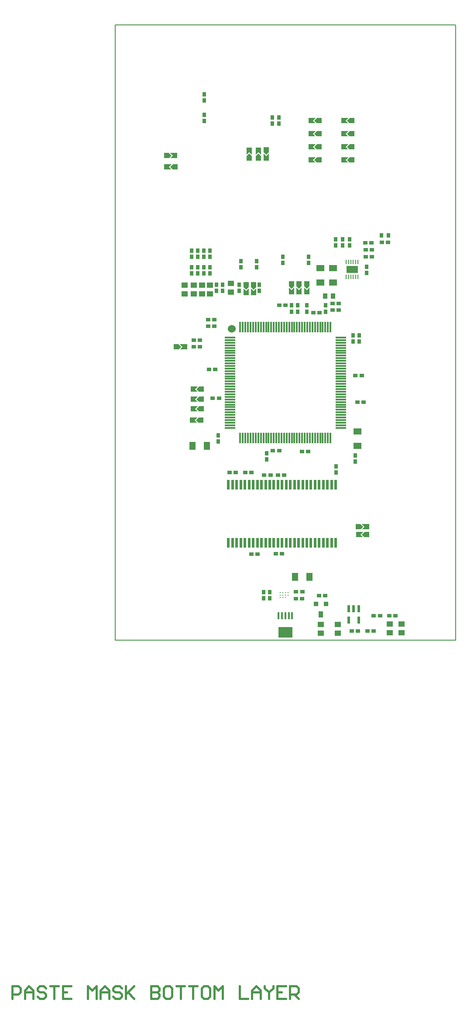
<source format=gbp>
G04 Layer_Color=128*
%FSLAX43Y43*%
%MOMM*%
G71*
G01*
G75*
%ADD10C,0.400*%
%ADD11C,0.127*%
%ADD14R,0.762X0.940*%
%ADD18R,0.940X0.762*%
%ADD19R,1.200X1.100*%
%ADD23R,1.016X0.813*%
%ADD27R,1.524X1.270*%
%ADD35R,0.250X0.950*%
%ADD36R,2.200X1.400*%
%ADD37R,0.640X0.890*%
%ADD38R,0.550X1.450*%
%ADD39C,0.320*%
%ADD40R,0.914X1.270*%
%ADD41R,0.914X0.914*%
%ADD42R,0.813X1.016*%
%ADD43R,0.330X2.000*%
%ADD44R,2.000X0.330*%
%ADD45C,1.524*%
%ADD46R,0.889X1.016*%
%ADD47R,1.270X1.524*%
%ADD48R,0.600X1.850*%
%ADD49R,2.800X2.000*%
%ADD50R,0.400X1.350*%
G36*
X34708Y67665D02*
X33692D01*
Y68427D01*
X34200Y67919D01*
X34708Y68427D01*
Y67665D01*
D02*
G37*
G36*
X36108D02*
X35092D01*
Y68427D01*
X35600Y67919D01*
X36108Y68427D01*
Y67665D01*
D02*
G37*
G36*
X37708D02*
X36692D01*
Y68427D01*
X37200Y67919D01*
X37708Y68427D01*
Y67665D01*
D02*
G37*
G36*
X13315Y56905D02*
Y56397D01*
X12553D01*
X13061Y56905D01*
X12553Y57413D01*
X13315D01*
Y56905D01*
D02*
G37*
G36*
X25908Y67465D02*
X24892D01*
Y68227D01*
X25400Y67719D01*
X25908Y68227D01*
Y67465D01*
D02*
G37*
G36*
X27308D02*
X26292D01*
Y68227D01*
X26800Y67719D01*
X27308Y68227D01*
Y67465D01*
D02*
G37*
G36*
X36108Y68681D02*
X35600Y68173D01*
X35092Y68681D01*
Y68935D01*
X36108D01*
Y68681D01*
D02*
G37*
G36*
X37708D02*
X37200Y68173D01*
X36692Y68681D01*
Y68935D01*
X37708D01*
Y68681D01*
D02*
G37*
G36*
X10369Y91750D02*
X10877Y91242D01*
X10115D01*
Y91750D01*
Y92258D01*
X10877D01*
X10369Y91750D01*
D02*
G37*
G36*
X25908Y68481D02*
X25400Y67973D01*
X24892Y68481D01*
Y68735D01*
X25908D01*
Y68481D01*
D02*
G37*
G36*
X27308D02*
X26800Y67973D01*
X26292Y68481D01*
Y68735D01*
X27308D01*
Y68481D01*
D02*
G37*
G36*
X34708Y68681D02*
X34200Y68173D01*
X33692Y68681D01*
Y68935D01*
X34708D01*
Y68681D01*
D02*
G37*
G36*
X12807Y56905D02*
X12299Y56397D01*
X12045D01*
Y57413D01*
X12299D01*
X12807Y56905D01*
D02*
G37*
G36*
X48635Y22000D02*
Y21492D01*
X47873D01*
X48381Y22000D01*
X47873Y22508D01*
X48635D01*
Y22000D01*
D02*
G37*
G36*
X15369Y42670D02*
X15877Y42162D01*
X15115D01*
Y42670D01*
Y43178D01*
X15877D01*
X15369Y42670D01*
D02*
G37*
G36*
X16385Y42162D02*
X16131D01*
X15623Y42670D01*
X16131Y43178D01*
X16385D01*
Y42162D01*
D02*
G37*
G36*
X47619Y20500D02*
X48127Y19992D01*
X47365D01*
Y20500D01*
Y21008D01*
X48127D01*
X47619Y20500D01*
D02*
G37*
G36*
X48635Y19992D02*
X48381D01*
X47873Y20500D01*
X48381Y21008D01*
X48635D01*
Y19992D01*
D02*
G37*
G36*
X48127Y22000D02*
X47619Y21492D01*
X47365D01*
Y22508D01*
X47619D01*
X48127Y22000D01*
D02*
G37*
G36*
X16490Y46237D02*
X16236D01*
X15728Y46745D01*
X16236Y47253D01*
X16490D01*
Y46237D01*
D02*
G37*
G36*
X15474Y48650D02*
X15982Y48142D01*
X15220D01*
Y48650D01*
Y49158D01*
X15982D01*
X15474Y48650D01*
D02*
G37*
G36*
X16490Y48142D02*
X16236D01*
X15728Y48650D01*
X16236Y49158D01*
X16490D01*
Y48142D01*
D02*
G37*
G36*
X15474Y44840D02*
X15982Y44332D01*
X15220D01*
Y44840D01*
Y45348D01*
X15982D01*
X15474Y44840D01*
D02*
G37*
G36*
X16490Y44332D02*
X16236D01*
X15728Y44840D01*
X16236Y45348D01*
X16490D01*
Y44332D01*
D02*
G37*
G36*
X15474Y46745D02*
X15982Y46237D01*
X15220D01*
Y46745D01*
Y47253D01*
X15982D01*
X15474Y46745D01*
D02*
G37*
G36*
X45700Y95132D02*
X45446D01*
X44938Y95640D01*
X45446Y96148D01*
X45700D01*
Y95132D01*
D02*
G37*
G36*
X38334Y98180D02*
X38842Y97672D01*
X38080D01*
Y98180D01*
Y98688D01*
X38842D01*
X38334Y98180D01*
D02*
G37*
G36*
X39350Y97672D02*
X39096D01*
X38588Y98180D01*
X39096Y98688D01*
X39350D01*
Y97672D01*
D02*
G37*
G36*
X38334Y95640D02*
X38842Y95132D01*
X38080D01*
Y95640D01*
Y96148D01*
X38842D01*
X38334Y95640D01*
D02*
G37*
G36*
X39350Y95132D02*
X39096D01*
X38588Y95640D01*
X39096Y96148D01*
X39350D01*
Y95132D01*
D02*
G37*
G36*
X44684Y95640D02*
X45192Y95132D01*
X44430D01*
Y95640D01*
Y96148D01*
X45192D01*
X44684Y95640D01*
D02*
G37*
G36*
X39350Y100212D02*
X39096D01*
X38588Y100720D01*
X39096Y101228D01*
X39350D01*
Y100212D01*
D02*
G37*
G36*
X44684Y100720D02*
X45192Y100212D01*
X44430D01*
Y100720D01*
Y101228D01*
X45192D01*
X44684Y100720D01*
D02*
G37*
G36*
X45700Y100212D02*
X45446D01*
X44938Y100720D01*
X45446Y101228D01*
X45700D01*
Y100212D01*
D02*
G37*
G36*
X44684Y98180D02*
X45192Y97672D01*
X44430D01*
Y98180D01*
Y98688D01*
X45192D01*
X44684Y98180D01*
D02*
G37*
G36*
X45700Y97672D02*
X45446D01*
X44938Y98180D01*
X45446Y98688D01*
X45700D01*
Y97672D01*
D02*
G37*
G36*
X38334Y100720D02*
X38842Y100212D01*
X38080D01*
Y100720D01*
Y101228D01*
X38842D01*
X38334Y100720D01*
D02*
G37*
G36*
X29758Y94631D02*
X29250Y94123D01*
X28742Y94631D01*
Y94885D01*
X29758D01*
Y94631D01*
D02*
G37*
G36*
X44684Y93100D02*
X45192Y92592D01*
X44430D01*
Y93100D01*
Y93608D01*
X45192D01*
X44684Y93100D01*
D02*
G37*
G36*
X45700Y92592D02*
X45446D01*
X44938Y93100D01*
X45446Y93608D01*
X45700D01*
Y92592D01*
D02*
G37*
G36*
X10877Y94000D02*
X10369Y93492D01*
X10115D01*
Y94508D01*
X10369D01*
X10877Y94000D01*
D02*
G37*
G36*
X11385Y91242D02*
X11131D01*
X10623Y91750D01*
X11131Y92258D01*
X11385D01*
Y91242D01*
D02*
G37*
G36*
X38334Y93100D02*
X38842Y92592D01*
X38080D01*
Y93100D01*
Y93608D01*
X38842D01*
X38334Y93100D01*
D02*
G37*
G36*
X39350Y92592D02*
X39096D01*
X38588Y93100D01*
X39096Y93608D01*
X39350D01*
Y92592D01*
D02*
G37*
G36*
X29758Y93615D02*
X28742D01*
Y94377D01*
X29250Y93869D01*
X29758Y94377D01*
Y93615D01*
D02*
G37*
G36*
X26508Y94123D02*
X26000Y94631D01*
X25492Y94123D01*
Y94885D01*
X26508D01*
Y94123D01*
D02*
G37*
G36*
X28258D02*
X27750Y94631D01*
X27242Y94123D01*
Y94885D01*
X28258D01*
Y94123D01*
D02*
G37*
G36*
X11385Y94000D02*
Y93492D01*
X10623D01*
X11131Y94000D01*
X10623Y94508D01*
X11385D01*
Y94000D01*
D02*
G37*
G36*
X26508Y93869D02*
Y93615D01*
X25492D01*
Y93869D01*
X26000Y94377D01*
X26508Y93869D01*
D02*
G37*
G36*
X28258D02*
Y93615D01*
X27242D01*
Y93869D01*
X27750Y94377D01*
X28258Y93869D01*
D02*
G37*
D10*
X-20000Y-69500D02*
Y-67051D01*
X-18775D01*
X-18367Y-67459D01*
Y-68275D01*
X-18775Y-68684D01*
X-20000D01*
X-17551Y-69500D02*
Y-67867D01*
X-16734Y-67051D01*
X-15918Y-67867D01*
Y-69500D01*
Y-68275D01*
X-17551D01*
X-13469Y-67459D02*
X-13877Y-67051D01*
X-14693D01*
X-15102Y-67459D01*
Y-67867D01*
X-14693Y-68275D01*
X-13877D01*
X-13469Y-68684D01*
Y-69092D01*
X-13877Y-69500D01*
X-14693D01*
X-15102Y-69092D01*
X-12652Y-67051D02*
X-11020D01*
X-11836D01*
Y-69500D01*
X-8570Y-67051D02*
X-10203D01*
Y-69500D01*
X-8570D01*
X-10203Y-68275D02*
X-9387D01*
X-5305Y-69500D02*
Y-67051D01*
X-4488Y-67867D01*
X-3672Y-67051D01*
Y-69500D01*
X-2856D02*
Y-67867D01*
X-2039Y-67051D01*
X-1223Y-67867D01*
Y-69500D01*
Y-68275D01*
X-2856D01*
X1226Y-67459D02*
X818Y-67051D01*
X2D01*
X-406Y-67459D01*
Y-67867D01*
X2Y-68275D01*
X818D01*
X1226Y-68684D01*
Y-69092D01*
X818Y-69500D01*
X2D01*
X-406Y-69092D01*
X2043Y-67051D02*
Y-69500D01*
Y-68684D01*
X3676Y-67051D01*
X2451Y-68275D01*
X3676Y-69500D01*
X6941Y-67051D02*
Y-69500D01*
X8166D01*
X8574Y-69092D01*
Y-68684D01*
X8166Y-68275D01*
X6941D01*
X8166D01*
X8574Y-67867D01*
Y-67459D01*
X8166Y-67051D01*
X6941D01*
X10615D02*
X9799D01*
X9390Y-67459D01*
Y-69092D01*
X9799Y-69500D01*
X10615D01*
X11023Y-69092D01*
Y-67459D01*
X10615Y-67051D01*
X11840D02*
X13473D01*
X12656D01*
Y-69500D01*
X14289Y-67051D02*
X15922D01*
X15105D01*
Y-69500D01*
X17963Y-67051D02*
X17146D01*
X16738Y-67459D01*
Y-69092D01*
X17146Y-69500D01*
X17963D01*
X18371Y-69092D01*
Y-67459D01*
X17963Y-67051D01*
X19187Y-69500D02*
Y-67051D01*
X20004Y-67867D01*
X20820Y-67051D01*
Y-69500D01*
X24086Y-67051D02*
Y-69500D01*
X25719D01*
X26535D02*
Y-67867D01*
X27351Y-67051D01*
X28168Y-67867D01*
Y-69500D01*
Y-68275D01*
X26535D01*
X28984Y-67051D02*
Y-67459D01*
X29801Y-68275D01*
X30617Y-67459D01*
Y-67051D01*
X29801Y-68275D02*
Y-69500D01*
X33066Y-67051D02*
X31433D01*
Y-69500D01*
X33066D01*
X31433Y-68275D02*
X32250D01*
X33883Y-69500D02*
Y-67051D01*
X35107D01*
X35515Y-67459D01*
Y-68275D01*
X35107Y-68684D01*
X33883D01*
X34699D02*
X35515Y-69500D01*
D11*
X0Y0D02*
Y119300D01*
X66000D01*
Y0D02*
Y119300D01*
X0Y0D02*
X66000D01*
D14*
X37200Y64900D02*
D03*
Y63700D02*
D03*
X35400Y64900D02*
D03*
Y63700D02*
D03*
X29349Y35033D02*
D03*
Y36232D02*
D03*
X16000Y72300D02*
D03*
Y71100D02*
D03*
X17200Y72300D02*
D03*
Y71100D02*
D03*
X42760Y77700D02*
D03*
Y76500D02*
D03*
X27400Y72300D02*
D03*
Y73500D02*
D03*
X30500Y101350D02*
D03*
Y100150D02*
D03*
X14800Y72300D02*
D03*
Y71100D02*
D03*
X42842Y33693D02*
D03*
Y32493D02*
D03*
X17200Y75500D02*
D03*
Y74300D02*
D03*
X17250Y105850D02*
D03*
Y104650D02*
D03*
X44110Y77700D02*
D03*
Y76500D02*
D03*
X17250Y100650D02*
D03*
Y101850D02*
D03*
X46600Y34600D02*
D03*
Y35800D02*
D03*
X46176Y59092D02*
D03*
Y57893D02*
D03*
X19983Y38525D02*
D03*
Y39725D02*
D03*
X18400Y72300D02*
D03*
Y71100D02*
D03*
X14800Y75500D02*
D03*
Y74300D02*
D03*
X31730Y100120D02*
D03*
Y101320D02*
D03*
X37500Y73150D02*
D03*
Y74350D02*
D03*
X28750Y8150D02*
D03*
Y9350D02*
D03*
X24400Y72300D02*
D03*
Y73500D02*
D03*
X34200Y64900D02*
D03*
Y63700D02*
D03*
X18400Y75500D02*
D03*
Y74300D02*
D03*
X48797Y71200D02*
D03*
Y72400D02*
D03*
X19600Y68900D02*
D03*
Y67700D02*
D03*
X29960Y8150D02*
D03*
Y9350D02*
D03*
X27920Y68935D02*
D03*
Y67735D02*
D03*
X16000Y75500D02*
D03*
Y74300D02*
D03*
X32500Y73150D02*
D03*
Y74350D02*
D03*
X47287Y57893D02*
D03*
Y59092D02*
D03*
X20800Y68900D02*
D03*
Y67700D02*
D03*
X24000Y68900D02*
D03*
Y67700D02*
D03*
X45500Y77700D02*
D03*
Y76500D02*
D03*
X40800Y63700D02*
D03*
Y64900D02*
D03*
D18*
X31800Y64900D02*
D03*
X33000D02*
D03*
X32797Y32000D02*
D03*
X31597D02*
D03*
X35075Y9385D02*
D03*
X36275D02*
D03*
X47800Y51300D02*
D03*
X46600D02*
D03*
X30100Y32000D02*
D03*
X28900D02*
D03*
X37410Y36585D02*
D03*
X36210D02*
D03*
X32330Y16741D02*
D03*
X31130D02*
D03*
X18906Y46904D02*
D03*
X20106D02*
D03*
X50150Y4750D02*
D03*
X51350D02*
D03*
X40693Y8633D02*
D03*
X39493D02*
D03*
X18200Y52500D02*
D03*
X19400D02*
D03*
X42150Y65250D02*
D03*
X43350D02*
D03*
X48205Y46110D02*
D03*
X47005D02*
D03*
X27600Y16700D02*
D03*
X26400D02*
D03*
X16455Y58175D02*
D03*
X15255D02*
D03*
X42150Y64000D02*
D03*
X43350D02*
D03*
X45900Y1750D02*
D03*
X47100D02*
D03*
X51700Y77100D02*
D03*
X52900D02*
D03*
X35009Y8050D02*
D03*
X36209D02*
D03*
X48600Y75700D02*
D03*
X49800D02*
D03*
X22200Y32500D02*
D03*
X23400D02*
D03*
X54350Y4750D02*
D03*
X53150D02*
D03*
X26400Y32500D02*
D03*
X25200D02*
D03*
X39600Y63500D02*
D03*
X38400D02*
D03*
X18000Y60900D02*
D03*
X19200D02*
D03*
X16455Y56905D02*
D03*
X15255D02*
D03*
X48600Y74300D02*
D03*
X49800D02*
D03*
X31800Y36700D02*
D03*
X30600D02*
D03*
X18000Y62100D02*
D03*
X19200D02*
D03*
X48485Y77060D02*
D03*
X49685D02*
D03*
X48900Y1750D02*
D03*
X50100D02*
D03*
D19*
X22400Y69150D02*
D03*
Y67450D02*
D03*
X55500Y3100D02*
D03*
Y1400D02*
D03*
X13474Y67167D02*
D03*
Y68868D02*
D03*
X39900Y1350D02*
D03*
Y3050D02*
D03*
X16808Y67167D02*
D03*
Y68868D02*
D03*
X53250Y1400D02*
D03*
Y3100D02*
D03*
X15220Y67167D02*
D03*
Y68868D02*
D03*
X18395Y67167D02*
D03*
Y68868D02*
D03*
X43175Y3040D02*
D03*
Y1340D02*
D03*
D23*
X26000Y93361D02*
D03*
Y95076D02*
D03*
X37200Y67475D02*
D03*
Y69189D02*
D03*
X35600Y67475D02*
D03*
Y69189D02*
D03*
X34200Y67475D02*
D03*
Y69189D02*
D03*
X29250Y93424D02*
D03*
Y95139D02*
D03*
X27750Y93361D02*
D03*
Y95076D02*
D03*
X26800Y68989D02*
D03*
Y67274D02*
D03*
X25400D02*
D03*
Y68989D02*
D03*
D27*
X39750Y72147D02*
D03*
Y69353D02*
D03*
X47000Y37703D02*
D03*
Y40497D02*
D03*
X42250Y72147D02*
D03*
Y69353D02*
D03*
D35*
X47075Y70475D02*
D03*
X46625D02*
D03*
X46175D02*
D03*
X45725D02*
D03*
X45275D02*
D03*
X44825D02*
D03*
Y73325D02*
D03*
X45275D02*
D03*
X45725D02*
D03*
X46175D02*
D03*
X46625D02*
D03*
X47075D02*
D03*
D36*
X45950Y71900D02*
D03*
D37*
X53004Y78500D02*
D03*
X51604D02*
D03*
D38*
X45300Y6075D02*
D03*
X46250D02*
D03*
X47200D02*
D03*
Y3925D02*
D03*
X45300D02*
D03*
D39*
X33500Y8750D02*
D03*
Y9250D02*
D03*
X33000Y8250D02*
D03*
Y8750D02*
D03*
Y9250D02*
D03*
X32500Y8250D02*
D03*
Y8750D02*
D03*
Y9250D02*
D03*
X32000Y8250D02*
D03*
Y8750D02*
D03*
Y9250D02*
D03*
D40*
X39913Y4984D02*
D03*
D41*
X40853Y7016D02*
D03*
X38947D02*
D03*
D42*
X44239Y100720D02*
D03*
X45954D02*
D03*
X47174Y20500D02*
D03*
X48889D02*
D03*
X11791Y56905D02*
D03*
X13505D02*
D03*
X16744Y48650D02*
D03*
X15030D02*
D03*
X44239Y98180D02*
D03*
X45954D02*
D03*
X11639Y91750D02*
D03*
X9925D02*
D03*
X16639Y42670D02*
D03*
X14925D02*
D03*
X44239Y95640D02*
D03*
X45954D02*
D03*
X16744Y44840D02*
D03*
X15030D02*
D03*
X39604Y98180D02*
D03*
X37889D02*
D03*
X11575Y94000D02*
D03*
X9861D02*
D03*
X37889Y100720D02*
D03*
X39604D02*
D03*
X45954Y93100D02*
D03*
X44239D02*
D03*
X15030Y46745D02*
D03*
X16744D02*
D03*
X37889Y93100D02*
D03*
X39604D02*
D03*
X47111Y22000D02*
D03*
X48826D02*
D03*
X37889Y95640D02*
D03*
X39604D02*
D03*
D43*
X24250Y60670D02*
D03*
X24750D02*
D03*
X25250D02*
D03*
X25750D02*
D03*
X26250D02*
D03*
X26750D02*
D03*
X27250D02*
D03*
X27750D02*
D03*
X28250D02*
D03*
X28750D02*
D03*
X29250D02*
D03*
X29750D02*
D03*
X30250D02*
D03*
X30750D02*
D03*
X31250D02*
D03*
X31750D02*
D03*
X32250D02*
D03*
X32750D02*
D03*
X33250D02*
D03*
X33750D02*
D03*
X34250D02*
D03*
X34750D02*
D03*
X35250D02*
D03*
X35750D02*
D03*
X36250D02*
D03*
X36750D02*
D03*
X37250D02*
D03*
X37750D02*
D03*
X38250D02*
D03*
X38750D02*
D03*
X39250D02*
D03*
X39750D02*
D03*
X40250D02*
D03*
X40750D02*
D03*
X41250D02*
D03*
X41750D02*
D03*
Y39170D02*
D03*
X41250D02*
D03*
X40750D02*
D03*
X40250D02*
D03*
X39750D02*
D03*
X39250D02*
D03*
X38750D02*
D03*
X38250D02*
D03*
X37750D02*
D03*
X37250D02*
D03*
X36750D02*
D03*
X36250D02*
D03*
X35750D02*
D03*
X35250D02*
D03*
X34750D02*
D03*
X34250D02*
D03*
X33750D02*
D03*
X33250D02*
D03*
X32750D02*
D03*
X32250D02*
D03*
X31750D02*
D03*
X31250D02*
D03*
X30750D02*
D03*
X30250D02*
D03*
X29750D02*
D03*
X29250D02*
D03*
X28750D02*
D03*
X28250D02*
D03*
X27750D02*
D03*
X27250D02*
D03*
X26750D02*
D03*
X26250D02*
D03*
X25750D02*
D03*
X25250D02*
D03*
X24750D02*
D03*
X24250D02*
D03*
D44*
X43750Y58670D02*
D03*
Y58170D02*
D03*
Y57670D02*
D03*
Y57170D02*
D03*
Y56670D02*
D03*
Y56170D02*
D03*
Y55670D02*
D03*
Y55170D02*
D03*
Y54670D02*
D03*
Y54170D02*
D03*
Y53670D02*
D03*
Y53170D02*
D03*
Y52670D02*
D03*
Y52170D02*
D03*
Y51670D02*
D03*
Y51170D02*
D03*
Y50670D02*
D03*
Y50170D02*
D03*
Y49670D02*
D03*
Y49170D02*
D03*
Y48670D02*
D03*
Y48170D02*
D03*
Y47670D02*
D03*
Y47170D02*
D03*
Y46670D02*
D03*
Y46170D02*
D03*
Y45670D02*
D03*
Y45170D02*
D03*
Y44670D02*
D03*
Y44170D02*
D03*
Y43670D02*
D03*
Y43170D02*
D03*
Y42670D02*
D03*
Y42170D02*
D03*
Y41670D02*
D03*
Y41170D02*
D03*
X22250D02*
D03*
Y41670D02*
D03*
Y42170D02*
D03*
Y42670D02*
D03*
Y43170D02*
D03*
Y43670D02*
D03*
Y44170D02*
D03*
Y44670D02*
D03*
Y45170D02*
D03*
Y45670D02*
D03*
Y46170D02*
D03*
Y46670D02*
D03*
Y47170D02*
D03*
Y47670D02*
D03*
Y48170D02*
D03*
Y48670D02*
D03*
Y49170D02*
D03*
Y49670D02*
D03*
Y50170D02*
D03*
Y50670D02*
D03*
Y51170D02*
D03*
Y51670D02*
D03*
Y52170D02*
D03*
Y52670D02*
D03*
Y53170D02*
D03*
Y53670D02*
D03*
Y54170D02*
D03*
Y54670D02*
D03*
Y55170D02*
D03*
Y55670D02*
D03*
Y56170D02*
D03*
Y56670D02*
D03*
Y57170D02*
D03*
Y57670D02*
D03*
Y58170D02*
D03*
Y58670D02*
D03*
D45*
X22568Y60352D02*
D03*
D46*
X40738Y66750D02*
D03*
X42262D02*
D03*
D47*
X37647Y12250D02*
D03*
X34853D02*
D03*
X15003Y37700D02*
D03*
X17797D02*
D03*
D48*
X21965Y30170D02*
D03*
X22765D02*
D03*
X23565D02*
D03*
X24365D02*
D03*
X25165D02*
D03*
X25965D02*
D03*
X26765D02*
D03*
X27565D02*
D03*
X28365D02*
D03*
X29165D02*
D03*
X29965D02*
D03*
X30765D02*
D03*
X31565D02*
D03*
X32365D02*
D03*
X33165D02*
D03*
X33965D02*
D03*
X34765D02*
D03*
X35565D02*
D03*
X36365D02*
D03*
X37165D02*
D03*
X37965D02*
D03*
X38765D02*
D03*
X39565D02*
D03*
X40365D02*
D03*
X41165D02*
D03*
X41965D02*
D03*
X42765D02*
D03*
Y18870D02*
D03*
X41965D02*
D03*
X41165D02*
D03*
X40365D02*
D03*
X39565D02*
D03*
X38765D02*
D03*
X37965D02*
D03*
X37165D02*
D03*
X36365D02*
D03*
X35565D02*
D03*
X34765D02*
D03*
X33965D02*
D03*
X33165D02*
D03*
X32365D02*
D03*
X31565D02*
D03*
X30765D02*
D03*
X29965D02*
D03*
X29165D02*
D03*
X28365D02*
D03*
X27565D02*
D03*
X26765D02*
D03*
X25965D02*
D03*
X25165D02*
D03*
X24365D02*
D03*
X23565D02*
D03*
X22765D02*
D03*
X21965D02*
D03*
D49*
X33000Y1550D02*
D03*
D50*
X34300Y4750D02*
D03*
X33650D02*
D03*
X33000D02*
D03*
X32350D02*
D03*
X31700D02*
D03*
M02*

</source>
